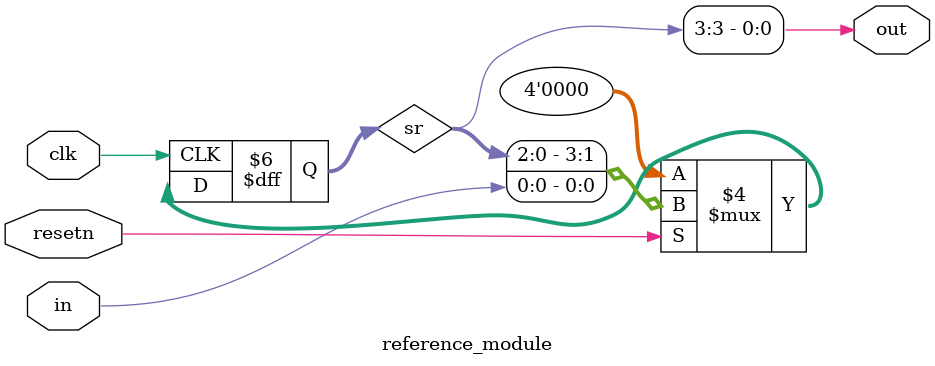
<source format=sv>
module reference_module (
	input clk,
	input resetn,
	input in,
	output out
);

	reg [3:0] sr;
	always @(posedge clk) begin
		if (~resetn)
			sr <= '0;
		else 
			sr <= {sr[2:0], in};
	end
	
	assign out = sr[3];
	

endmodule

</source>
